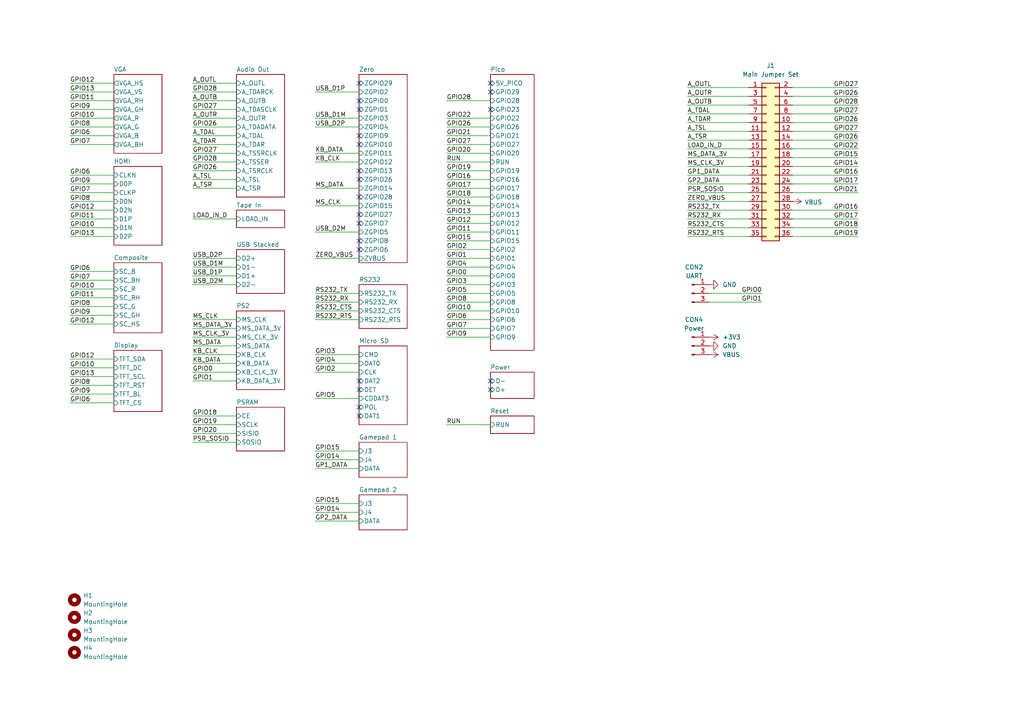
<source format=kicad_sch>
(kicad_sch (version 20231120) (generator "eeschema") (generator_version "8.0")
  (paper "A4")
  (title_block (title "TurboFRANK") (date "2025-01-28") (rev "1.0") (company "Mikhail Matveev") (comment 1 "https://github.com/xtremespb/frank"))
  (lib_symbols
    (symbol "Connector:Conn_01x03_Pin" (pin_names (offset 1.016) hide)
      (property "Reference" "J" (at 0 5.08 0))
      (property "Value" "Conn_01x03_Pin" (at 0 -5.08 0))
      (symbol "Conn_01x03_Pin_1_1"
        (polyline (pts (xy 1.27 -2.54) (xy 0.8636 -2.54)) (stroke (width 0.1524)))
        (polyline (pts (xy 1.27 0) (xy 0.8636 0)) (stroke (width 0.1524)))
        (polyline (pts (xy 1.27 2.54) (xy 0.8636 2.54)) (stroke (width 0.1524)))
        (rectangle (start 0.8636 -2.413) (end 0 -2.667) (stroke (width 0.1524)) (fill (type outline)))
        (rectangle (start 0.8636 0.127) (end 0 -0.127) (stroke (width 0.1524)) (fill (type outline)))
        (rectangle (start 0.8636 2.667) (end 0 2.413) (stroke (width 0.1524)) (fill (type outline)))
        (pin passive line (at 5.08 2.54 180) (length 3.81) (name "Pin_1") (number "1"))
        (pin passive line (at 5.08 0 180) (length 3.81) (name "Pin_2") (number "2"))
        (pin passive line (at 5.08 -2.54 180) (length 3.81) (name "Pin_3") (number "3"))
      )
    )
    (symbol "Connector_Generic:Conn_02x18_Odd_Even" (pin_names (offset 1.016) hide)
      (property "Reference" "J" (at 1.27 22.86 0))
      (property "Value" "Conn_02x18_Odd_Even" (at 1.27 -25.4 0))
      (symbol "Conn_02x18_Odd_Even_1_1"
        (rectangle (start -1.27 -22.733) (end 0 -22.987) (stroke (width 0.1524)))
        (rectangle (start -1.27 -20.193) (end 0 -20.447) (stroke (width 0.1524)))
        (rectangle (start -1.27 -17.653) (end 0 -17.907) (stroke (width 0.1524)))
        (rectangle (start -1.27 -15.113) (end 0 -15.367) (stroke (width 0.1524)))
        (rectangle (start -1.27 -12.573) (end 0 -12.827) (stroke (width 0.1524)))
        (rectangle (start -1.27 -10.033) (end 0 -10.287) (stroke (width 0.1524)))
        (rectangle (start -1.27 -7.493) (end 0 -7.747) (stroke (width 0.1524)))
        (rectangle (start -1.27 -4.953) (end 0 -5.207) (stroke (width 0.1524)))
        (rectangle (start -1.27 -2.413) (end 0 -2.667) (stroke (width 0.1524)))
        (rectangle (start -1.27 0.127) (end 0 -0.127) (stroke (width 0.1524)))
        (rectangle (start -1.27 2.667) (end 0 2.413) (stroke (width 0.1524)))
        (rectangle (start -1.27 5.207) (end 0 4.953) (stroke (width 0.1524)))
        (rectangle (start -1.27 7.747) (end 0 7.493) (stroke (width 0.1524)))
        (rectangle (start -1.27 10.287) (end 0 10.033) (stroke (width 0.1524)))
        (rectangle (start -1.27 12.827) (end 0 12.573) (stroke (width 0.1524)))
        (rectangle (start -1.27 15.367) (end 0 15.113) (stroke (width 0.1524)))
        (rectangle (start -1.27 17.907) (end 0 17.653) (stroke (width 0.1524)))
        (rectangle (start -1.27 20.447) (end 0 20.193) (stroke (width 0.1524)))
        (rectangle (start -1.27 21.59) (end 3.81 -24.13) (stroke (width 0.254)) (fill (type background)))
        (rectangle (start 3.81 -22.733) (end 2.54 -22.987) (stroke (width 0.1524)))
        (rectangle (start 3.81 -20.193) (end 2.54 -20.447) (stroke (width 0.1524)))
        (rectangle (start 3.81 -17.653) (end 2.54 -17.907) (stroke (width 0.1524)))
        (rectangle (start 3.81 -15.113) (end 2.54 -15.367) (stroke (width 0.1524)))
        (rectangle (start 3.81 -12.573) (end 2.54 -12.827) (stroke (width 0.1524)))
        (rectangle (start 3.81 -10.033) (end 2.54 -10.287) (stroke (width 0.1524)))
        (rectangle (start 3.81 -7.493) (end 2.54 -7.747) (stroke (width 0.1524)))
        (rectangle (start 3.81 -4.953) (end 2.54 -5.207) (stroke (width 0.1524)))
        (rectangle (start 3.81 -2.413) (end 2.54 -2.667) (stroke (width 0.1524)))
        (rectangle (start 3.81 0.127) (end 2.54 -0.127) (stroke (width 0.1524)))
        (rectangle (start 3.81 2.667) (end 2.54 2.413) (stroke (width 0.1524)))
        (rectangle (start 3.81 5.207) (end 2.54 4.953) (stroke (width 0.1524)))
        (rectangle (start 3.81 7.747) (end 2.54 7.493) (stroke (width 0.1524)))
        (rectangle (start 3.81 10.287) (end 2.54 10.033) (stroke (width 0.1524)))
        (rectangle (start 3.81 12.827) (end 2.54 12.573) (stroke (width 0.1524)))
        (rectangle (start 3.81 15.367) (end 2.54 15.113) (stroke (width 0.1524)))
        (rectangle (start 3.81 17.907) (end 2.54 17.653) (stroke (width 0.1524)))
        (rectangle (start 3.81 20.447) (end 2.54 20.193) (stroke (width 0.1524)))
        (pin passive line (at -5.08 20.32 0) (length 3.81) (name "Pin_1") (number "1"))
        (pin passive line (at 7.62 10.16 180) (length 3.81) (name "Pin_10") (number "10"))
        (pin passive line (at -5.08 7.62 0) (length 3.81) (name "Pin_11") (number "11"))
        (pin passive line (at 7.62 7.62 180) (length 3.81) (name "Pin_12") (number "12"))
        (pin passive line (at -5.08 5.08 0) (length 3.81) (name "Pin_13") (number "13"))
        (pin passive line (at 7.62 5.08 180) (length 3.81) (name "Pin_14") (number "14"))
        (pin passive line (at -5.08 2.54 0) (length 3.81) (name "Pin_15") (number "15"))
        (pin passive line (at 7.62 2.54 180) (length 3.81) (name "Pin_16") (number "16"))
        (pin passive line (at -5.08 0 0) (length 3.81) (name "Pin_17") (number "17"))
        (pin passive line (at 7.62 0 180) (length 3.81) (name "Pin_18") (number "18"))
        (pin passive line (at -5.08 -2.54 0) (length 3.81) (name "Pin_19") (number "19"))
        (pin passive line (at 7.62 20.32 180) (length 3.81) (name "Pin_2") (number "2"))
        (pin passive line (at 7.62 -2.54 180) (length 3.81) (name "Pin_20") (number "20"))
        (pin passive line (at -5.08 -5.08 0) (length 3.81) (name "Pin_21") (number "21"))
        (pin passive line (at 7.62 -5.08 180) (length 3.81) (name "Pin_22") (number "22"))
        (pin passive line (at -5.08 -7.62 0) (length 3.81) (name "Pin_23") (number "23"))
        (pin passive line (at 7.62 -7.62 180) (length 3.81) (name "Pin_24") (number "24"))
        (pin passive line (at -5.08 -10.16 0) (length 3.81) (name "Pin_25") (number "25"))
        (pin passive line (at 7.62 -10.16 180) (length 3.81) (name "Pin_26") (number "26"))
        (pin passive line (at -5.08 -12.7 0) (length 3.81) (name "Pin_27") (number "27"))
        (pin passive line (at 7.62 -12.7 180) (length 3.81) (name "Pin_28") (number "28"))
        (pin passive line (at -5.08 -15.24 0) (length 3.81) (name "Pin_29") (number "29"))
        (pin passive line (at -5.08 17.78 0) (length 3.81) (name "Pin_3") (number "3"))
        (pin passive line (at 7.62 -15.24 180) (length 3.81) (name "Pin_30") (number "30"))
        (pin passive line (at -5.08 -17.78 0) (length 3.81) (name "Pin_31") (number "31"))
        (pin passive line (at 7.62 -17.78 180) (length 3.81) (name "Pin_32") (number "32"))
        (pin passive line (at -5.08 -20.32 0) (length 3.81) (name "Pin_33") (number "33"))
        (pin passive line (at 7.62 -20.32 180) (length 3.81) (name "Pin_34") (number "34"))
        (pin passive line (at -5.08 -22.86 0) (length 3.81) (name "Pin_35") (number "35"))
        (pin passive line (at 7.62 -22.86 180) (length 3.81) (name "Pin_36") (number "36"))
        (pin passive line (at 7.62 17.78 180) (length 3.81) (name "Pin_4") (number "4"))
        (pin passive line (at -5.08 15.24 0) (length 3.81) (name "Pin_5") (number "5"))
        (pin passive line (at 7.62 15.24 180) (length 3.81) (name "Pin_6") (number "6"))
        (pin passive line (at -5.08 12.7 0) (length 3.81) (name "Pin_7") (number "7"))
        (pin passive line (at 7.62 12.7 180) (length 3.81) (name "Pin_8") (number "8"))
        (pin passive line (at -5.08 10.16 0) (length 3.81) (name "Pin_9") (number "9"))
      )
    )
    (symbol "Mechanical:MountingHole" (pin_names (offset 1.016)) (exclude_from_sim yes) (in_bom no)
      (property "Reference" "H" (at 0 5.08 0))
      (property "Value" "MountingHole" (at 0 3.175 0))
      (symbol "MountingHole_0_1"
        (circle (center 0 0) (radius 1.27) (stroke (width 1.27)))
      )
    )
    (symbol "power:+3V3" (power) (pin_numbers hide) (pin_names (offset 0) hide)
      (property "Value" "+3V3" (at 0 3.556 0))
      (symbol "+3V3_0_1"
        (polyline (pts (xy -0.762 1.27) (xy 0 2.54)))
        (polyline (pts (xy 0 0) (xy 0 2.54)))
        (polyline (pts (xy 0 2.54) (xy 0.762 1.27)))
      )
      (symbol "+3V3_1_1"
        (pin power_in line (at 0 0 90) (length 0) (name "~") (number "1"))
      )
    )
    (symbol "power:GND" (power) (pin_numbers hide) (pin_names (offset 0) hide)
      (property "Value" "GND" (at 0 -3.81 0))
      (symbol "GND_0_1"
        (polyline (pts (xy 0 0) (xy 0 -1.27) (xy 1.27 -1.27) (xy 0 -2.54) (xy -1.27 -1.27) (xy 0 -1.27)))
      )
      (symbol "GND_1_1"
        (pin power_in line (at 0 0 270) (length 0) (name "~") (number "1"))
      )
    )
    (symbol "power:VBUS" (power) (pin_numbers hide) (pin_names (offset 0) hide)
      (property "Value" "VBUS" (at 0 3.556 0))
      (symbol "VBUS_0_1"
        (polyline (pts (xy -0.762 1.27) (xy 0 2.54)))
        (polyline (pts (xy 0 0) (xy 0 2.54)))
        (polyline (pts (xy 0 2.54) (xy 0.762 1.27)))
      )
      (symbol "VBUS_1_1"
        (pin power_in line (at 0 0 90) (length 0) (name "~") (number "1"))
      )
    )
  )
  (no_connect (at 104.14 120.65))
  (no_connect (at 104.14 52.07))
  (no_connect (at 104.14 62.23))
  (no_connect (at 104.14 72.39))
  (no_connect (at 104.14 118.11))
  (no_connect (at 142.24 24.13))
  (no_connect (at 104.14 57.15))
  (no_connect (at 104.14 64.77))
  (no_connect (at 104.14 113.03))
  (no_connect (at 104.14 69.85))
  (no_connect (at 104.14 110.49))
  (no_connect (at 104.14 49.53))
  (no_connect (at 104.14 29.21))
  (no_connect (at 142.24 31.75))
  (no_connect (at 142.24 26.67))
  (no_connect (at 104.14 24.13))
  (no_connect (at 104.14 31.75))
  (no_connect (at 142.24 113.03))
  (no_connect (at 142.24 110.49))
  (no_connect (at 104.14 41.91))
  (no_connect (at 104.14 39.37))
  (wire (pts (xy 229.87 25.4) (xy 248.92 25.4)))
  (wire (pts (xy 55.88 105.41) (xy 68.58 105.41)))
  (wire (pts (xy 129.54 52.07) (xy 142.24 52.07)))
  (wire (pts (xy 55.88 63.5) (xy 68.58 63.5)))
  (wire (pts (xy 229.87 66.04) (xy 248.92 66.04)))
  (wire (pts (xy 91.44 74.93) (xy 104.14 74.93)))
  (wire (pts (xy 91.44 105.41) (xy 104.14 105.41)))
  (wire (pts (xy 55.88 49.53) (xy 68.58 49.53)))
  (wire (pts (xy 20.32 93.98) (xy 33.02 93.98)))
  (wire (pts (xy 20.32 63.5) (xy 33.02 63.5)))
  (wire (pts (xy 91.44 59.69) (xy 104.14 59.69)))
  (wire (pts (xy 55.88 41.91) (xy 68.58 41.91)))
  (wire (pts (xy 229.87 40.64) (xy 248.92 40.64)))
  (wire (pts (xy 199.39 58.42) (xy 217.17 58.42)))
  (wire (pts (xy 20.32 106.68) (xy 33.02 106.68)))
  (wire (pts (xy 129.54 44.45) (xy 142.24 44.45)))
  (wire (pts (xy 229.87 38.1) (xy 248.92 38.1)))
  (wire (pts (xy 91.44 67.31) (xy 104.14 67.31)))
  (wire (pts (xy 55.88 100.33) (xy 68.58 100.33)))
  (wire (pts (xy 20.32 39.37) (xy 33.02 39.37)))
  (wire (pts (xy 55.88 82.55) (xy 68.58 82.55)))
  (wire (pts (xy 229.87 30.48) (xy 248.92 30.48)))
  (wire (pts (xy 91.44 34.29) (xy 104.14 34.29)))
  (wire (pts (xy 229.87 33.02) (xy 248.92 33.02)))
  (wire (pts (xy 129.54 74.93) (xy 142.24 74.93)))
  (wire (pts (xy 91.44 135.89) (xy 104.14 135.89)))
  (wire (pts (xy 220.98 87.63) (xy 205.74 87.63)))
  (wire (pts (xy 229.87 63.5) (xy 248.92 63.5)))
  (wire (pts (xy 20.32 41.91) (xy 33.02 41.91)))
  (wire (pts (xy 55.88 77.47) (xy 68.58 77.47)))
  (wire (pts (xy 91.44 54.61) (xy 104.14 54.61)))
  (wire (pts (xy 20.32 86.36) (xy 33.02 86.36)))
  (wire (pts (xy 229.87 43.18) (xy 248.92 43.18)))
  (wire (pts (xy 129.54 54.61) (xy 142.24 54.61)))
  (wire (pts (xy 20.32 111.76) (xy 33.02 111.76)))
  (wire (pts (xy 55.88 29.21) (xy 68.58 29.21)))
  (wire (pts (xy 55.88 123.19) (xy 68.58 123.19)))
  (wire (pts (xy 199.39 55.88) (xy 217.17 55.88)))
  (wire (pts (xy 199.39 48.26) (xy 217.17 48.26)))
  (wire (pts (xy 199.39 33.02) (xy 217.17 33.02)))
  (wire (pts (xy 91.44 26.67) (xy 104.14 26.67)))
  (wire (pts (xy 91.44 36.83) (xy 104.14 36.83)))
  (wire (pts (xy 55.88 44.45) (xy 68.58 44.45)))
  (wire (pts (xy 91.44 92.71) (xy 104.14 92.71)))
  (wire (pts (xy 129.54 34.29) (xy 142.24 34.29)))
  (wire (pts (xy 20.32 58.42) (xy 33.02 58.42)))
  (wire (pts (xy 20.32 114.3) (xy 33.02 114.3)))
  (wire (pts (xy 199.39 45.72) (xy 217.17 45.72)))
  (wire (pts (xy 129.54 46.99) (xy 142.24 46.99)))
  (wire (pts (xy 55.88 52.07) (xy 68.58 52.07)))
  (wire (pts (xy 20.32 109.22) (xy 33.02 109.22)))
  (wire (pts (xy 229.87 27.94) (xy 248.92 27.94)))
  (wire (pts (xy 129.54 77.47) (xy 142.24 77.47)))
  (wire (pts (xy 129.54 95.25) (xy 142.24 95.25)))
  (wire (pts (xy 129.54 62.23) (xy 142.24 62.23)))
  (wire (pts (xy 91.44 146.05) (xy 104.14 146.05)))
  (wire (pts (xy 20.32 53.34) (xy 33.02 53.34)))
  (wire (pts (xy 129.54 87.63) (xy 142.24 87.63)))
  (wire (pts (xy 20.32 50.8) (xy 33.02 50.8)))
  (wire (pts (xy 229.87 50.8) (xy 248.92 50.8)))
  (wire (pts (xy 20.32 83.82) (xy 33.02 83.82)))
  (wire (pts (xy 129.54 57.15) (xy 142.24 57.15)))
  (wire (pts (xy 91.44 87.63) (xy 104.14 87.63)))
  (wire (pts (xy 199.39 40.64) (xy 217.17 40.64)))
  (wire (pts (xy 91.44 44.45) (xy 104.14 44.45)))
  (wire (pts (xy 129.54 39.37) (xy 142.24 39.37)))
  (wire (pts (xy 55.88 102.87) (xy 68.58 102.87)))
  (wire (pts (xy 229.87 48.26) (xy 248.92 48.26)))
  (wire (pts (xy 91.44 115.57) (xy 104.14 115.57)))
  (wire (pts (xy 55.88 107.95) (xy 68.58 107.95)))
  (wire (pts (xy 199.39 53.34) (xy 217.17 53.34)))
  (wire (pts (xy 20.32 36.83) (xy 33.02 36.83)))
  (wire (pts (xy 20.32 31.75) (xy 33.02 31.75)))
  (wire (pts (xy 55.88 95.25) (xy 68.58 95.25)))
  (wire (pts (xy 55.88 26.67) (xy 68.58 26.67)))
  (wire (pts (xy 129.54 59.69) (xy 142.24 59.69)))
  (wire (pts (xy 20.32 24.13) (xy 33.02 24.13)))
  (wire (pts (xy 55.88 46.99) (xy 68.58 46.99)))
  (wire (pts (xy 229.87 53.34) (xy 248.92 53.34)))
  (wire (pts (xy 91.44 151.13) (xy 104.14 151.13)))
  (wire (pts (xy 20.32 66.04) (xy 33.02 66.04)))
  (wire (pts (xy 199.39 50.8) (xy 217.17 50.8)))
  (wire (pts (xy 199.39 43.18) (xy 217.17 43.18)))
  (wire (pts (xy 55.88 125.73) (xy 68.58 125.73)))
  (wire (pts (xy 199.39 30.48) (xy 217.17 30.48)))
  (wire (pts (xy 55.88 74.93) (xy 68.58 74.93)))
  (wire (pts (xy 199.39 35.56) (xy 217.17 35.56)))
  (wire (pts (xy 20.32 78.74) (xy 33.02 78.74)))
  (wire (pts (xy 55.88 120.65) (xy 68.58 120.65)))
  (wire (pts (xy 129.54 72.39) (xy 142.24 72.39)))
  (wire (pts (xy 55.88 97.79) (xy 68.58 97.79)))
  (wire (pts (xy 199.39 66.04) (xy 217.17 66.04)))
  (wire (pts (xy 20.32 34.29) (xy 33.02 34.29)))
  (wire (pts (xy 20.32 55.88) (xy 33.02 55.88)))
  (wire (pts (xy 129.54 85.09) (xy 142.24 85.09)))
  (wire (pts (xy 55.88 34.29) (xy 68.58 34.29)))
  (wire (pts (xy 129.54 82.55) (xy 142.24 82.55)))
  (wire (pts (xy 229.87 68.58) (xy 248.92 68.58)))
  (wire (pts (xy 129.54 36.83) (xy 142.24 36.83)))
  (wire (pts (xy 91.44 130.81) (xy 104.14 130.81)))
  (wire (pts (xy 129.54 41.91) (xy 142.24 41.91)))
  (wire (pts (xy 129.54 67.31) (xy 142.24 67.31)))
  (wire (pts (xy 55.88 80.01) (xy 68.58 80.01)))
  (wire (pts (xy 20.32 104.14) (xy 33.02 104.14)))
  (wire (pts (xy 20.32 81.28) (xy 33.02 81.28)))
  (wire (pts (xy 20.32 88.9) (xy 33.02 88.9)))
  (wire (pts (xy 55.88 24.13) (xy 68.58 24.13)))
  (wire (pts (xy 199.39 60.96) (xy 217.17 60.96)))
  (wire (pts (xy 20.32 29.21) (xy 33.02 29.21)))
  (wire (pts (xy 20.32 91.44) (xy 33.02 91.44)))
  (wire (pts (xy 91.44 90.17) (xy 104.14 90.17)))
  (wire (pts (xy 229.87 55.88) (xy 248.92 55.88)))
  (wire (pts (xy 129.54 97.79) (xy 142.24 97.79)))
  (wire (pts (xy 55.88 36.83) (xy 68.58 36.83)))
  (wire (pts (xy 129.54 90.17) (xy 142.24 90.17)))
  (wire (pts (xy 55.88 54.61) (xy 68.58 54.61)))
  (wire (pts (xy 91.44 85.09) (xy 104.14 85.09)))
  (wire (pts (xy 129.54 29.21) (xy 142.24 29.21)))
  (wire (pts (xy 55.88 31.75) (xy 68.58 31.75)))
  (wire (pts (xy 129.54 69.85) (xy 142.24 69.85)))
  (wire (pts (xy 199.39 38.1) (xy 217.17 38.1)))
  (wire (pts (xy 129.54 64.77) (xy 142.24 64.77)))
  (wire (pts (xy 199.39 63.5) (xy 217.17 63.5)))
  (wire (pts (xy 91.44 133.35) (xy 104.14 133.35)))
  (wire (pts (xy 220.98 85.09) (xy 205.74 85.09)))
  (wire (pts (xy 20.32 116.84) (xy 33.02 116.84)))
  (wire (pts (xy 199.39 25.4) (xy 217.17 25.4)))
  (wire (pts (xy 129.54 123.19) (xy 142.24 123.19)))
  (wire (pts (xy 129.54 49.53) (xy 142.24 49.53)))
  (wire (pts (xy 55.88 110.49) (xy 68.58 110.49)))
  (wire (pts (xy 55.88 39.37) (xy 68.58 39.37)))
  (wire (pts (xy 91.44 148.59) (xy 104.14 148.59)))
  (wire (pts (xy 199.39 27.94) (xy 217.17 27.94)))
  (wire (pts (xy 229.87 35.56) (xy 248.92 35.56)))
  (wire (pts (xy 91.44 46.99) (xy 104.14 46.99)))
  (wire (pts (xy 20.32 26.67) (xy 33.02 26.67)))
  (wire (pts (xy 55.88 128.27) (xy 68.58 128.27)))
  (wire (pts (xy 229.87 45.72) (xy 248.92 45.72)))
  (wire (pts (xy 20.32 60.96) (xy 33.02 60.96)))
  (wire (pts (xy 129.54 92.71) (xy 142.24 92.71)))
  (wire (pts (xy 199.39 68.58) (xy 217.17 68.58)))
  (wire (pts (xy 91.44 107.95) (xy 104.14 107.95)))
  (wire (pts (xy 129.54 80.01) (xy 142.24 80.01)))
  (wire (pts (xy 229.87 60.96) (xy 248.92 60.96)))
  (wire (pts (xy 20.32 68.58) (xy 33.02 68.58)))
  (wire (pts (xy 55.88 92.71) (xy 68.58 92.71)))
  (wire (pts (xy 91.44 102.87) (xy 104.14 102.87)))
  (label "GPIO10" (at 20.32 83.82 0))
  (label "RS232_RX" (at 91.44 87.63 0))
  (label "MS_CLK_3V" (at 199.39 48.26 0))
  (label "LOAD_IN_D" (at 199.39 43.18 0))
  (label "MS_DATA_3V" (at 199.39 45.72 0))
  (label "GPIO7" (at 20.32 55.88 0))
  (label "GPIO14" (at 91.44 148.59 0))
  (label "GPIO15" (at 91.44 146.05 0))
  (label "GPIO19" (at 55.88 123.19 0))
  (label "GPIO3" (at 91.44 102.87 0))
  (label "GPIO12" (at 20.32 24.13 0))
  (label "A_TDAR" (at 199.39 35.56 0))
  (label "GPIO26" (at 248.92 35.56 180))
  (label "A_TSR" (at 55.88 54.61 0))
  (label "A_TSR" (at 199.39 40.64 0))
  (label "USB_D1P" (at 91.44 26.67 0))
  (label "GPIO14" (at 248.92 48.26 180))
  (label "GPIO9" (at 20.32 31.75 0))
  (label "GPIO20" (at 129.54 44.45 0))
  (label "GPIO8" (at 20.32 88.9 0))
  (label "GPIO9" (at 129.54 97.79 0))
  (label "GPIO3" (at 129.54 82.55 0))
  (label "GP1_DATA" (at 91.44 135.89 0))
  (label "GPIO20" (at 55.88 125.73 0))
  (label "GPIO1" (at 220.98 87.63 180))
  (label "GPIO27" (at 248.92 25.4 180))
  (label "GPIO27" (at 129.54 41.91 0))
  (label "GPIO27" (at 55.88 44.45 0))
  (label "GPIO17" (at 129.54 54.61 0))
  (label "GPIO14" (at 91.44 133.35 0))
  (label "RS232_RTS" (at 199.39 68.58 0))
  (label "GPIO16" (at 248.92 60.96 180))
  (label "GPIO6" (at 129.54 92.71 0))
  (label "GPIO26" (at 55.88 36.83 0))
  (label "LOAD_IN_D" (at 55.88 63.5 0))
  (label "GPIO18" (at 55.88 120.65 0))
  (label "RS232_CTS" (at 91.44 90.17 0))
  (label "GPIO5" (at 91.44 115.57 0))
  (label "MS_DATA" (at 55.88 100.33 0))
  (label "GPIO28" (at 55.88 26.67 0))
  (label "RUN" (at 129.54 46.99 0))
  (label "ZERO_VBUS" (at 91.44 74.93 0))
  (label "GPIO27" (at 55.88 31.75 0))
  (label "GPIO9" (at 20.32 91.44 0))
  (label "GPIO12" (at 20.32 60.96 0))
  (label "GPIO13" (at 129.54 62.23 0))
  (label "GPIO8" (at 129.54 87.63 0))
  (label "RS232_CTS" (at 199.39 66.04 0))
  (label "KB_DATA" (at 55.88 105.41 0))
  (label "KB_CLK" (at 91.44 46.99 0))
  (label "USB_D1M" (at 55.88 77.47 0))
  (label "GPIO26" (at 248.92 27.94 180))
  (label "USB_D2P" (at 55.88 74.93 0))
  (label "A_TDAL" (at 55.88 39.37 0))
  (label "GPIO2" (at 129.54 72.39 0))
  (label "A_TDAL" (at 199.39 33.02 0))
  (label "GPIO28" (at 129.54 29.21 0))
  (label "GPIO17" (at 248.92 63.5 180))
  (label "GPIO7" (at 20.32 81.28 0))
  (label "GPIO14" (at 129.54 59.69 0))
  (label "GPIO22" (at 129.54 34.29 0))
  (label "PSR_SOSIO" (at 199.39 55.88 0))
  (label "A_TSL" (at 199.39 38.1 0))
  (label "GPIO28" (at 55.88 46.99 0))
  (label "USB_D2M" (at 55.88 82.55 0))
  (label "GPIO0" (at 55.88 107.95 0))
  (label "MS_DATA" (at 91.44 54.61 0))
  (label "MS_CLK" (at 91.44 59.69 0))
  (label "KB_CLK" (at 55.88 102.87 0))
  (label "MS_CLK" (at 55.88 92.71 0))
  (label "GPIO19" (at 129.54 49.53 0))
  (label "A_OUTB" (at 55.88 29.21 0))
  (label "GPIO7" (at 20.32 41.91 0))
  (label "GPIO18" (at 129.54 57.15 0))
  (label "GPIO13" (at 20.32 109.22 0))
  (label "GPIO26" (at 55.88 49.53 0))
  (label "GPIO21" (at 129.54 39.37 0))
  (label "GPIO11" (at 20.32 86.36 0))
  (label "GPIO22" (at 248.92 43.18 180))
  (label "RS232_RX" (at 199.39 63.5 0))
  (label "GPIO8" (at 20.32 111.76 0))
  (label "GPIO16" (at 248.92 50.8 180))
  (label "GPIO13" (at 20.32 68.58 0))
  (label "A_TSL" (at 55.88 52.07 0))
  (label "GPIO13" (at 20.32 26.67 0))
  (label "GPIO2" (at 91.44 107.95 0))
  (label "GPIO6" (at 20.32 50.8 0))
  (label "GPIO5" (at 129.54 85.09 0))
  (label "GP2_DATA" (at 91.44 151.13 0))
  (label "GPIO17" (at 248.92 53.34 180))
  (label "GPIO21" (at 248.92 55.88 180))
  (label "ZERO_VBUS" (at 199.39 58.42 0))
  (label "GPIO12" (at 20.32 104.14 0))
  (label "GPIO1" (at 55.88 110.49 0))
  (label "MS_DATA_3V" (at 55.88 95.25 0))
  (label "GPIO8" (at 20.32 58.42 0))
  (label "A_OUTL" (at 199.39 25.4 0))
  (label "GPIO9" (at 20.32 114.3 0))
  (label "GPIO11" (at 20.32 63.5 0))
  (label "GPIO10" (at 129.54 90.17 0))
  (label "KB_DATA" (at 91.44 44.45 0))
  (label "GPIO8" (at 20.32 36.83 0))
  (label "USB_D2P" (at 91.44 36.83 0))
  (label "MS_CLK_3V" (at 55.88 97.79 0))
  (label "GPIO15" (at 248.92 45.72 180))
  (label "RS232_TX" (at 91.44 85.09 0))
  (label "GPIO11" (at 129.54 67.31 0))
  (label "A_OUTB" (at 199.39 30.48 0))
  (label "GPIO4" (at 129.54 77.47 0))
  (label "GPIO7" (at 129.54 95.25 0))
  (label "RUN" (at 129.54 123.19 0))
  (label "GPIO12" (at 20.32 93.98 0))
  (label "GPIO26" (at 248.92 40.64 180))
  (label "GPIO15" (at 129.54 69.85 0))
  (label "GPIO10" (at 20.32 34.29 0))
  (label "A_OUTR" (at 199.39 27.94 0))
  (label "GPIO6" (at 20.32 39.37 0))
  (label "A_OUTR" (at 55.88 34.29 0))
  (label "GPIO11" (at 20.32 29.21 0))
  (label "PSR_SOSIO" (at 55.88 128.27 0))
  (label "RS232_RTS" (at 91.44 92.71 0))
  (label "GPIO0" (at 129.54 80.01 0))
  (label "GPIO19" (at 248.92 68.58 180))
  (label "GPIO12" (at 129.54 64.77 0))
  (label "GPIO27" (at 248.92 33.02 180))
  (label "GPIO1" (at 129.54 74.93 0))
  (label "A_TDAR" (at 55.88 41.91 0))
  (label "GPIO0" (at 220.98 85.09 180))
  (label "GPIO4" (at 91.44 105.41 0))
  (label "RS232_TX" (at 199.39 60.96 0))
  (label "GPIO15" (at 91.44 130.81 0))
  (label "A_OUTL" (at 55.88 24.13 0))
  (label "GPIO26" (at 129.54 36.83 0))
  (label "GP2_DATA" (at 199.39 53.34 0))
  (label "GPIO9" (at 20.32 53.34 0))
  (label "GPIO10" (at 20.32 106.68 0))
  (label "GPIO28" (at 248.92 30.48 180))
  (label "GPIO27" (at 248.92 38.1 180))
  (label "USB_D1M" (at 91.44 34.29 0))
  (label "GPIO6" (at 20.32 78.74 0))
  (label "GPIO6" (at 20.32 116.84 0))
  (label "GPIO10" (at 20.32 66.04 0))
  (label "GP1_DATA" (at 199.39 50.8 0))
  (label "GPIO18" (at 248.92 66.04 180))
  (label "GPIO16" (at 129.54 52.07 0))
  (label "USB_D2M" (at 91.44 67.31 0))
  (label "USB_D1P" (at 55.88 80.01 0))
  (symbol (lib_id "power:VBUS") (at 205.74 102.87 270) (unit 1)
    (property "Reference" "#PWR0113" (effects (hide yes)))
    (property "Value" "VBUS" (at 209.55 102.8699 90) (effects (justify left)))
    (property "Description" "Power symbol creates a global label with name \"VBUS\"" (effects (hide yes)))
  )
  (symbol (lib_id "Connector:Conn_01x03_Pin") (at 200.66 85.09 0) (unit 1)
    (property "Reference" "CON2" (at 201.295 77.47 0))
    (property "Value" "UART" (at 201.295 80.01 0))
    (property "Footprint" "FRANK:Pin Header (1x03)" (effects (hide yes)))
    (property "Description" "Generic connector, single row, 01x03, script generated" (effects (hide yes)))
  )
  (symbol (lib_id "power:+3V3") (at 205.74 97.79 270) (unit 1)
    (property "Reference" "#PWR0112" (effects (hide yes)))
    (property "Value" "+3V3" (at 209.55 97.7899 90) (effects (justify left)))
    (property "Description" "Power symbol creates a global label with name \"+3V3\"" (effects (hide yes)))
  )
  (symbol (lib_id "power:GND") (at 205.74 82.55 90) (unit 1)
    (property "Reference" "#PWR0109" (effects (hide yes)))
    (property "Value" "GND" (at 209.55 82.5499 90) (effects (justify right)))
    (property "Description" "Power symbol creates a global label with name \"GND\" , ground" (effects (hide yes)))
  )
  (symbol (lib_id "power:VBUS") (at 229.87 58.42 270) (unit 1)
    (property "Reference" "#PWR01" (effects (hide yes)))
    (property "Value" "VBUS" (at 233.3788 58.6416 90) (effects (justify left)))
    (property "Description" "Power symbol creates a global label with name \"VBUS\"" (effects (hide yes)))
  )
  (symbol (lib_id "power:GND") (at 205.74 100.33 90) (unit 1)
    (property "Reference" "#PWR0110" (effects (hide yes)))
    (property "Value" "GND" (at 209.55 100.3299 90) (effects (justify right)))
    (property "Description" "Power symbol creates a global label with name \"GND\" , ground" (effects (hide yes)))
  )
  (symbol (lib_id "Mechanical:MountingHole") (at 21.59 184.15 0) (unit 1) (exclude_from_sim yes) (in_bom no)
    (property "Reference" "H3" (at 24.13 182.8799 0) (effects (justify left)))
    (property "Value" "MountingHole" (at 24.13 185.4199 0) (effects (justify left)))
    (property "Footprint" "FRANK:Mounting Hole (2.7mm)" (effects (hide yes)))
    (property "Description" "Mounting Hole without connection" (effects (hide yes)))
  )
  (symbol (lib_id "Mechanical:MountingHole") (at 21.59 179.07 0) (unit 1) (exclude_from_sim yes) (in_bom no)
    (property "Reference" "H2" (at 24.13 177.7999 0) (effects (justify left)))
    (property "Value" "MountingHole" (at 24.13 180.3399 0) (effects (justify left)))
    (property "Footprint" "FRANK:Mounting Hole (2.7mm)" (effects (hide yes)))
    (property "Description" "Mounting Hole without connection" (effects (hide yes)))
  )
  (symbol (lib_id "Mechanical:MountingHole") (at 21.59 189.23 0) (unit 1) (exclude_from_sim yes) (in_bom no)
    (property "Reference" "H4" (at 24.13 187.9599 0) (effects (justify left)))
    (property "Value" "MountingHole" (at 24.13 190.4999 0) (effects (justify left)))
    (property "Footprint" "FRANK:Mounting Hole (2.7mm)" (effects (hide yes)))
    (property "Description" "Mounting Hole without connection" (effects (hide yes)))
  )
  (symbol (lib_id "Mechanical:MountingHole") (at 21.59 173.99 0) (unit 1) (exclude_from_sim yes) (in_bom no)
    (property "Reference" "H1" (at 24.13 172.7199 0) (effects (justify left)))
    (property "Value" "MountingHole" (at 24.13 175.2599 0) (effects (justify left)))
    (property "Footprint" "FRANK:Mounting Hole (2.7mm)" (effects (hide yes)))
    (property "Description" "Mounting Hole without connection" (effects (hide yes)))
  )
  (symbol (lib_id "Connector:Conn_01x03_Pin") (at 200.66 100.33 0) (unit 1)
    (property "Reference" "CON4" (at 201.295 92.71 0))
    (property "Value" "Power" (at 201.295 95.25 0))
    (property "Footprint" "FRANK:Pin Header (1x03)" (effects (hide yes)))
    (property "Description" "Generic connector, single row, 01x03, script generated" (effects (hide yes)))
  )
  (symbol (lib_id "Connector_Generic:Conn_02x18_Odd_Even") (at 222.25 45.72 0) (unit 1)
    (property "Reference" "J1" (at 223.52 19.05 0))
    (property "Value" "Main Jumper Set" (at 223.52 21.59 0))
    (property "Footprint" "FRANK:Pin Header (2x18)" (effects (hide yes)))
    (property "Description" "Generic connector, double row, 02x18, odd/even pin numbering scheme (row 1 odd numbers, row 2 even numbers), script generated (kicad-library-utils/schlib/autogen/connector/)" (effects (hide yes)))
  )
  (sheet (at 33.02 101.6) (size 13.97 17.78) (stroke (width 0.1524))
    (property "Sheetname" "Display" (at 33.02 100.8884 0) (effects (justify left bottom)))
    (property "Sheetfile" "display.kicad_sch" (effects (hide yes)))
    (pin "TFT_SDA" input (at 33.02 104.14 180))
    (pin "TFT_DC" input (at 33.02 106.68 180))
    (pin "TFT_SCL" input (at 33.02 109.22 180))
    (pin "TFT_RST" input (at 33.02 111.76 180))
    (pin "TFT_BL" input (at 33.02 114.3 180))
    (pin "TFT_CS" input (at 33.02 116.84 180))
  )
  (sheet (at 33.02 21.59) (size 13.97 22.86) (stroke (width 0.1524))
    (property "Sheetname" "VGA" (at 33.02 20.8784 0) (effects (justify left bottom)))
    (property "Sheetfile" "vga.kicad_sch" (effects (hide yes)))
    (pin "VGA_HS" output (at 33.02 24.13 180))
    (pin "VGA_VS" output (at 33.02 26.67 180))
    (pin "VGA_RH" output (at 33.02 29.21 180))
    (pin "VGA_GH" output (at 33.02 31.75 180))
    (pin "VGA_R" output (at 33.02 34.29 180))
    (pin "VGA_G" output (at 33.02 36.83 180))
    (pin "VGA_B" output (at 33.02 39.37 180))
    (pin "VGA_BH" output (at 33.02 41.91 180))
  )
  (sheet (at 104.14 100.33) (size 13.97 22.86) (stroke (width 0.1524))
    (property "Sheetname" "Micro SD" (at 104.14 99.6184 0) (effects (justify left bottom)))
    (property "Sheetfile" "sd.kicad_sch" (effects (hide yes)))
    (pin "CMD" input (at 104.14 102.87 180))
    (pin "DAT0" input (at 104.14 105.41 180))
    (pin "CLK" input (at 104.14 107.95 180))
    (pin "DAT2" input (at 104.14 110.49 180))
    (pin "DET" input (at 104.14 113.03 180))
    (pin "CDDAT3" input (at 104.14 115.57 180))
    (pin "POL" input (at 104.14 118.11 180))
    (pin "DAT1" input (at 104.14 120.65 180))
  )
  (sheet (at 142.24 120.65) (size 12.7 5.08) (stroke (width 0.1524))
    (property "Sheetname" "Reset" (at 142.24 119.9384 0) (effects (justify left bottom)))
    (property "Sheetfile" "reset.kicad_sch" (effects (hide yes)))
    (pin "RUN" input (at 142.24 123.19 180))
  )
  (sheet (at 33.02 76.2) (size 13.97 20.32) (stroke (width 0.1524))
    (property "Sheetname" "Composite" (at 33.02 75.4884 0) (effects (justify left bottom)))
    (property "Sheetfile" "composite.kicad_sch" (effects (hide yes)))
    (pin "SC_B" input (at 33.02 78.74 180))
    (pin "SC_BH" input (at 33.02 81.28 180))
    (pin "SC_R" input (at 33.02 83.82 180))
    (pin "SC_RH" input (at 33.02 86.36 180))
    (pin "SC_G" input (at 33.02 88.9 180))
    (pin "SC_GH" input (at 33.02 91.44 180))
    (pin "SC_HS" input (at 33.02 93.98 180))
  )
  (sheet (at 68.58 60.96) (size 13.97 5.08) (stroke (width 0.1524))
    (property "Sheetname" "Tape In" (at 68.58 60.2484 0) (effects (justify left bottom)))
    (property "Sheetfile" "tape.kicad_sch" (effects (hide yes)))
    (pin "LOAD_IN" input (at 68.58 63.5 180))
  )
  (sheet (at 142.24 107.95) (size 12.7 7.62) (stroke (width 0.1524))
    (property "Sheetname" "Power" (at 142.24 107.2384 0) (effects (justify left bottom)))
    (property "Sheetfile" "power.kicad_sch" (effects (hide yes)))
    (pin "D-" input (at 142.24 110.49 180))
    (pin "D+" input (at 142.24 113.03 180))
  )
  (sheet (at 142.24 21.59) (size 12.7 80.01) (stroke (width 0.1524))
    (property "Sheetname" "Pico" (at 142.24 20.8784 0) (effects (justify left bottom)))
    (property "Sheetfile" "pico.kicad_sch" (effects (hide yes)))
    (pin "5V_PICO" input (at 142.24 24.13 180))
    (pin "GPIO29" input (at 142.24 26.67 180))
    (pin "GPIO28" input (at 142.24 29.21 180))
    (pin "GPIO23" input (at 142.24 31.75 180))
    (pin "GPIO22" input (at 142.24 34.29 180))
    (pin "GPIO26" input (at 142.24 36.83 180))
    (pin "GPIO21" input (at 142.24 39.37 180))
    (pin "GPIO27" input (at 142.24 41.91 180))
    (pin "GPIO20" input (at 142.24 44.45 180))
    (pin "RUN" input (at 142.24 46.99 180))
    (pin "GPIO19" input (at 142.24 49.53 180))
    (pin "GPIO16" input (at 142.24 52.07 180))
    (pin "GPIO17" input (at 142.24 54.61 180))
    (pin "GPIO18" input (at 142.24 57.15 180))
    (pin "GPIO14" input (at 142.24 59.69 180))
    (pin "GPIO13" input (at 142.24 62.23 180))
    (pin "GPIO12" input (at 142.24 64.77 180))
    (pin "GPIO11" input (at 142.24 67.31 180))
    (pin "GPIO15" input (at 142.24 69.85 180))
    (pin "GPIO2" input (at 142.24 72.39 180))
    (pin "GPIO1" input (at 142.24 74.93 180))
    (pin "GPIO4" input (at 142.24 77.47 180))
    (pin "GPIO0" input (at 142.24 80.01 180))
    (pin "GPIO3" input (at 142.24 82.55 180))
    (pin "GPIO5" input (at 142.24 85.09 180))
    (pin "GPIO8" input (at 142.24 87.63 180))
    (pin "GPIO10" input (at 142.24 90.17 180))
    (pin "GPIO6" input (at 142.24 92.71 180))
    (pin "GPIO7" input (at 142.24 95.25 180))
    (pin "GPIO9" input (at 142.24 97.79 180))
  )
  (sheet (at 104.14 128.27) (size 13.97 10.16) (stroke (width 0.1524))
    (property "Sheetname" "Gamepad 1" (at 104.14 127.5584 0) (effects (justify left bottom)))
    (property "Sheetfile" "gamepad.kicad_sch" (effects (hide yes)))
    (pin "J3" input (at 104.14 130.81 180))
    (pin "J4" input (at 104.14 133.35 180))
    (pin "DATA" input (at 104.14 135.89 180))
  )
  (sheet (at 104.14 82.55) (size 13.97 12.7) (stroke (width 0.1524))
    (property "Sheetname" "RS232" (at 104.14 81.8384 0) (effects (justify left bottom)))
    (property "Sheetfile" "rs232.kicad_sch" (effects (hide yes)))
    (pin "RS232_TX" input (at 104.14 85.09 180))
    (pin "RS232_RX" input (at 104.14 87.63 180))
    (pin "RS232_CTS" input (at 104.14 90.17 180))
    (pin "RS232_RTS" input (at 104.14 92.71 180))
  )
  (sheet (at 68.58 90.17) (size 13.97 22.86) (stroke (width 0.1524))
    (property "Sheetname" "PS2" (at 68.58 89.4584 0) (effects (justify left bottom)))
    (property "Sheetfile" "ps2.kicad_sch" (effects (hide yes)))
    (pin "MS_CLK" input (at 68.58 92.71 180))
    (pin "MS_DATA_3V" input (at 68.58 95.25 180))
    (pin "MS_CLK_3V" input (at 68.58 97.79 180))
    (pin "MS_DATA" input (at 68.58 100.33 180))
    (pin "KB_CLK" input (at 68.58 102.87 180))
    (pin "KB_DATA" input (at 68.58 105.41 180))
    (pin "KB_CLK_3V" input (at 68.58 107.95 180))
    (pin "KB_DATA_3V" input (at 68.58 110.49 180))
  )
  (sheet (at 68.58 72.39) (size 13.97 12.7) (stroke (width 0.1524))
    (property "Sheetname" "USB Stacked" (at 68.58 71.6784 0) (effects (justify left bottom)))
    (property "Sheetfile" "usbstack.kicad_sch" (effects (hide yes)))
    (pin "D2+" input (at 68.58 74.93 180))
    (pin "D1-" input (at 68.58 77.47 180))
    (pin "D1+" input (at 68.58 80.01 180))
    (pin "D2-" input (at 68.58 82.55 180))
  )
  (sheet (at 68.58 118.11) (size 13.97 12.7) (stroke (width 0.1524))
    (property "Sheetname" "PSRAM" (at 68.58 117.3984 0) (effects (justify left bottom)))
    (property "Sheetfile" "psram.kicad_sch" (effects (hide yes)))
    (pin "CE" input (at 68.58 120.65 180))
    (pin "SCLK" input (at 68.58 123.19 180))
    (pin "SISIO" input (at 68.58 125.73 180))
    (pin "SOSIO" input (at 68.58 128.27 180))
  )
  (sheet (at 33.02 48.26) (size 13.97 22.86) (stroke (width 0.1524))
    (property "Sheetname" "HDMI" (at 33.02 47.5484 0) (effects (justify left bottom)))
    (property "Sheetfile" "hdmi.kicad_sch" (effects (hide yes)))
    (pin "CLKN" input (at 33.02 50.8 180))
    (pin "D0P" input (at 33.02 53.34 180))
    (pin "CLKP" input (at 33.02 55.88 180))
    (pin "D0N" input (at 33.02 58.42 180))
    (pin "D2N" input (at 33.02 60.96 180))
    (pin "D1P" input (at 33.02 63.5 180))
    (pin "D1N" input (at 33.02 66.04 180))
    (pin "D2P" input (at 33.02 68.58 180))
  )
  (sheet (at 104.14 143.51) (size 13.97 10.16) (stroke (width 0.1524))
    (property "Sheetname" "Gamepad 2" (at 104.14 142.7984 0) (effects (justify left bottom)))
    (property "Sheetfile" "gamepad.kicad_sch" (effects (hide yes)))
    (pin "J3" input (at 104.14 146.05 180))
    (pin "J4" input (at 104.14 148.59 180))
    (pin "DATA" input (at 104.14 151.13 180))
  )
  (sheet (at 68.58 21.59) (size 13.97 35.56) (stroke (width 0.1524))
    (property "Sheetname" "Audio Out" (at 68.58 20.8784 0) (effects (justify left bottom)))
    (property "Sheetfile" "audio.kicad_sch" (effects (hide yes)))
    (pin "A_OUTL" input (at 68.58 24.13 180))
    (pin "A_TDARCK" input (at 68.58 26.67 180))
    (pin "A_OUTB" input (at 68.58 29.21 180))
    (pin "A_TDASCLK" input (at 68.58 31.75 180))
    (pin "A_OUTR" input (at 68.58 34.29 180))
    (pin "A_TDADATA" input (at 68.58 36.83 180))
    (pin "A_TDAL" input (at 68.58 39.37 180))
    (pin "A_TDAR" input (at 68.58 41.91 180))
    (pin "A_TSSRCLK" input (at 68.58 44.45 180))
    (pin "A_TSRCLK" input (at 68.58 49.53 180))
    (pin "A_TSR" input (at 68.58 54.61 180))
    (pin "A_TSSER" input (at 68.58 46.99 180))
    (pin "A_TSL" input (at 68.58 52.07 180))
  )
  (sheet (at 104.14 21.59) (size 13.97 54.61) (stroke (width 0.1524))
    (property "Sheetname" "Zero" (at 104.14 20.8784 0) (effects (justify left bottom)))
    (property "Sheetfile" "zero.kicad_sch" (effects (hide yes)))
    (pin "ZGPIO29" input (at 104.14 24.13 180))
    (pin "ZGPIO2" input (at 104.14 26.67 180))
    (pin "ZGPIO0" input (at 104.14 29.21 180))
    (pin "ZGPIO1" input (at 104.14 31.75 180))
    (pin "ZGPIO3" input (at 104.14 34.29 180))
    (pin "ZGPIO4" input (at 104.14 36.83 180))
    (pin "ZGPIO9" input (at 104.14 39.37 180))
    (pin "ZGPIO10" input (at 104.14 41.91 180))
    (pin "ZGPIO11" input (at 104.14 44.45 180))
    (pin "ZGPIO12" input (at 104.14 46.99 180))
    (pin "ZGPIO13" input (at 104.14 49.53 180))
    (pin "ZGPIO26" input (at 104.14 52.07 180))
    (pin "ZGPIO14" input (at 104.14 54.61 180))
    (pin "ZGPIO28" input (at 104.14 57.15 180))
    (pin "ZGPIO15" input (at 104.14 59.69 180))
    (pin "ZGPIO27" input (at 104.14 62.23 180))
    (pin "ZGPIO7" input (at 104.14 64.77 180))
    (pin "ZGPIO5" input (at 104.14 67.31 180))
    (pin "ZGPIO8" input (at 104.14 69.85 180))
    (pin "ZGPIO6" input (at 104.14 72.39 180))
    (pin "ZVBUS" input (at 104.14 74.93 180))
  )
)
</source>
